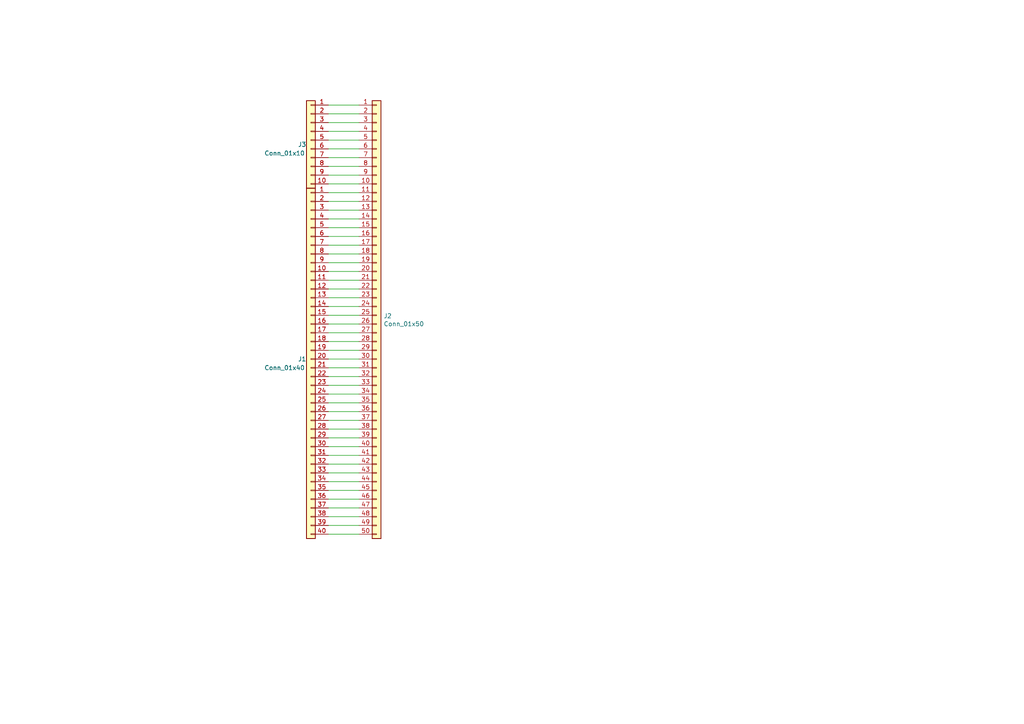
<source format=kicad_sch>
(kicad_sch (version 20211123) (generator eeschema)
  (paper "A4")
  (title_block (title "IDC 50 Breakout") (date "2021–11-01") (rev "1"))
  (lib_symbols
    (symbol "AK's_Library:Conn_01x50" (pin_names (offset 1.016) hide)
      (property "Reference" "J" (at 0 63.5 0))
      (property "Value" "Conn_01x50" (at 0 -66.04 0))
      (symbol "Conn_01x50_1_1"
        (rectangle (start -1.27 -63.373) (end 0 -63.627) (stroke (width 0.1524)))
        (rectangle (start -1.27 -60.833) (end 0 -61.087) (stroke (width 0.1524)))
        (rectangle (start -1.27 -58.293) (end 0 -58.547) (stroke (width 0.1524)))
        (rectangle (start -1.27 -55.753) (end 0 -56.007) (stroke (width 0.1524)))
        (rectangle (start -1.27 -53.213) (end 0 -53.467) (stroke (width 0.1524)))
        (rectangle (start -1.27 -50.673) (end 0 -50.927) (stroke (width 0.1524)))
        (rectangle (start -1.27 -48.133) (end 0 -48.387) (stroke (width 0.1524)))
        (rectangle (start -1.27 -45.593) (end 0 -45.847) (stroke (width 0.1524)))
        (rectangle (start -1.27 -43.053) (end 0 -43.307) (stroke (width 0.1524)))
        (rectangle (start -1.27 -40.513) (end 0 -40.767) (stroke (width 0.1524)))
        (rectangle (start -1.27 -37.973) (end 0 -38.227) (stroke (width 0.1524)))
        (rectangle (start -1.27 -35.433) (end 0 -35.687) (stroke (width 0.1524)))
        (rectangle (start -1.27 -32.893) (end 0 -33.147) (stroke (width 0.1524)))
        (rectangle (start -1.27 -30.353) (end 0 -30.607) (stroke (width 0.1524)))
        (rectangle (start -1.27 -27.813) (end 0 -28.067) (stroke (width 0.1524)))
        (rectangle (start -1.27 -25.273) (end 0 -25.527) (stroke (width 0.1524)))
        (rectangle (start -1.27 -22.733) (end 0 -22.987) (stroke (width 0.1524)))
        (rectangle (start -1.27 -20.193) (end 0 -20.447) (stroke (width 0.1524)))
        (rectangle (start -1.27 -17.653) (end 0 -17.907) (stroke (width 0.1524)))
        (rectangle (start -1.27 -15.113) (end 0 -15.367) (stroke (width 0.1524)))
        (rectangle (start -1.27 -12.573) (end 0 -12.827) (stroke (width 0.1524)))
        (rectangle (start -1.27 -10.033) (end 0 -10.287) (stroke (width 0.1524)))
        (rectangle (start -1.27 -7.493) (end 0 -7.747) (stroke (width 0.1524)))
        (rectangle (start -1.27 -4.953) (end 0 -5.207) (stroke (width 0.1524)))
        (rectangle (start -1.27 -2.413) (end 0 -2.667) (stroke (width 0.1524)))
        (rectangle (start -1.27 0.127) (end 0 -0.127) (stroke (width 0.1524)))
        (rectangle (start -1.27 2.667) (end 0 2.413) (stroke (width 0.1524)))
        (rectangle (start -1.27 5.207) (end 0 4.953) (stroke (width 0.1524)))
        (rectangle (start -1.27 7.747) (end 0 7.493) (stroke (width 0.1524)))
        (rectangle (start -1.27 10.287) (end 0 10.033) (stroke (width 0.1524)))
        (rectangle (start -1.27 12.827) (end 0 12.573) (stroke (width 0.1524)))
        (rectangle (start -1.27 15.367) (end 0 15.113) (stroke (width 0.1524)))
        (rectangle (start -1.27 17.907) (end 0 17.653) (stroke (width 0.1524)))
        (rectangle (start -1.27 20.447) (end 0 20.193) (stroke (width 0.1524)))
        (rectangle (start -1.27 22.987) (end 0 22.733) (stroke (width 0.1524)))
        (rectangle (start -1.27 25.527) (end 0 25.273) (stroke (width 0.1524)))
        (rectangle (start -1.27 28.067) (end 0 27.813) (stroke (width 0.1524)))
        (rectangle (start -1.27 30.607) (end 0 30.353) (stroke (width 0.1524)))
        (rectangle (start -1.27 33.147) (end 0 32.893) (stroke (width 0.1524)))
        (rectangle (start -1.27 35.687) (end 0 35.433) (stroke (width 0.1524)))
        (rectangle (start -1.27 38.227) (end 0 37.973) (stroke (width 0.1524)))
        (rectangle (start -1.27 40.767) (end 0 40.513) (stroke (width 0.1524)))
        (rectangle (start -1.27 43.307) (end 0 43.053) (stroke (width 0.1524)))
        (rectangle (start -1.27 45.847) (end 0 45.593) (stroke (width 0.1524)))
        (rectangle (start -1.27 48.387) (end 0 48.133) (stroke (width 0.1524)))
        (rectangle (start -1.27 50.927) (end 0 50.673) (stroke (width 0.1524)))
        (rectangle (start -1.27 53.467) (end 0 53.213) (stroke (width 0.1524)))
        (rectangle (start -1.27 56.007) (end 0 55.753) (stroke (width 0.1524)))
        (rectangle (start -1.27 58.547) (end 0 58.293) (stroke (width 0.1524)))
        (rectangle (start -1.27 61.087) (end 0 60.833) (stroke (width 0.1524)))
        (rectangle (start -1.27 62.23) (end 1.27 -64.77) (stroke (width 0.254)) (fill (type background)))
        (pin passive line (at -5.08 60.96 0) (length 3.81) (name "Pin_1") (number "1"))
        (pin passive line (at -5.08 38.1 0) (length 3.81) (name "Pin_10") (number "10"))
        (pin passive line (at -5.08 35.56 0) (length 3.81) (name "Pin_11") (number "11"))
        (pin passive line (at -5.08 33.02 0) (length 3.81) (name "Pin_12") (number "12"))
        (pin passive line (at -5.08 30.48 0) (length 3.81) (name "Pin_13") (number "13"))
        (pin passive line (at -5.08 27.94 0) (length 3.81) (name "Pin_14") (number "14"))
        (pin passive line (at -5.08 25.4 0) (length 3.81) (name "Pin_15") (number "15"))
        (pin passive line (at -5.08 22.86 0) (length 3.81) (name "Pin_16") (number "16"))
        (pin passive line (at -5.08 20.32 0) (length 3.81) (name "Pin_17") (number "17"))
        (pin passive line (at -5.08 17.78 0) (length 3.81) (name "Pin_18") (number "18"))
        (pin passive line (at -5.08 15.24 0) (length 3.81) (name "Pin_19") (number "19"))
        (pin passive line (at -5.08 58.42 0) (length 3.81) (name "Pin_2") (number "2"))
        (pin passive line (at -5.08 12.7 0) (length 3.81) (name "Pin_20") (number "20"))
        (pin passive line (at -5.08 10.16 0) (length 3.81) (name "Pin_21") (number "21"))
        (pin passive line (at -5.08 7.62 0) (length 3.81) (name "Pin_22") (number "22"))
        (pin passive line (at -5.08 5.08 0) (length 3.81) (name "Pin_23") (number "23"))
        (pin passive line (at -5.08 2.54 0) (length 3.81) (name "Pin_24") (number "24"))
        (pin passive line (at -5.08 0 0) (length 3.81) (name "Pin_25") (number "25"))
        (pin passive line (at -5.08 -2.54 0) (length 3.81) (name "Pin_26") (number "26"))
        (pin passive line (at -5.08 -5.08 0) (length 3.81) (name "Pin_27") (number "27"))
        (pin passive line (at -5.08 -7.62 0) (length 3.81) (name "Pin_28") (number "28"))
        (pin passive line (at -5.08 -10.16 0) (length 3.81) (name "Pin_29") (number "29"))
        (pin passive line (at -5.08 55.88 0) (length 3.81) (name "Pin_3") (number "3"))
        (pin passive line (at -5.08 -12.7 0) (length 3.81) (name "Pin_30") (number "30"))
        (pin passive line (at -5.08 -15.24 0) (length 3.81) (name "Pin_31") (number "31"))
        (pin passive line (at -5.08 -17.78 0) (length 3.81) (name "Pin_32") (number "32"))
        (pin passive line (at -5.08 -20.32 0) (length 3.81) (name "Pin_33") (number "33"))
        (pin passive line (at -5.08 -22.86 0) (length 3.81) (name "Pin_34") (number "34"))
        (pin passive line (at -5.08 -25.4 0) (length 3.81) (name "Pin_35") (number "35"))
        (pin passive line (at -5.08 -27.94 0) (length 3.81) (name "Pin_36") (number "36"))
        (pin passive line (at -5.08 -30.48 0) (length 3.81) (name "Pin_37") (number "37"))
        (pin passive line (at -5.08 -33.02 0) (length 3.81) (name "Pin_38") (number "38"))
        (pin passive line (at -5.08 -35.56 0) (length 3.81) (name "Pin_39") (number "39"))
        (pin passive line (at -5.08 53.34 0) (length 3.81) (name "Pin_4") (number "4"))
        (pin passive line (at -5.08 -38.1 0) (length 3.81) (name "Pin_40") (number "40"))
        (pin passive line (at -5.08 -40.64 0) (length 3.81) (name "Pin_41") (number "41"))
        (pin passive line (at -5.08 -43.18 0) (length 3.81) (name "Pin_42") (number "42"))
        (pin passive line (at -5.08 -45.72 0) (length 3.81) (name "Pin_43") (number "43"))
        (pin passive line (at -5.08 -48.26 0) (length 3.81) (name "Pin_44") (number "44"))
        (pin passive line (at -5.08 -50.8 0) (length 3.81) (name "Pin_45") (number "45"))
        (pin passive line (at -5.08 -53.34 0) (length 3.81) (name "Pin_46") (number "46"))
        (pin passive line (at -5.08 -55.88 0) (length 3.81) (name "Pin_47") (number "47"))
        (pin passive line (at -5.08 -58.42 0) (length 3.81) (name "Pin_48") (number "48"))
        (pin passive line (at -5.08 -60.96 0) (length 3.81) (name "Pin_49") (number "49"))
        (pin passive line (at -5.08 50.8 0) (length 3.81) (name "Pin_5") (number "5"))
        (pin passive line (at -5.08 -63.5 0) (length 3.81) (name "Pin_50") (number "50"))
        (pin passive line (at -5.08 48.26 0) (length 3.81) (name "Pin_6") (number "6"))
        (pin passive line (at -5.08 45.72 0) (length 3.81) (name "Pin_7") (number "7"))
        (pin passive line (at -5.08 43.18 0) (length 3.81) (name "Pin_8") (number "8"))
        (pin passive line (at -5.08 40.64 0) (length 3.81) (name "Pin_9") (number "9"))
      )
    )
    (symbol "Connector_Generic:Conn_01x10" (pin_names (offset 1.016) hide)
      (property "Reference" "J" (at 0 12.7 0))
      (property "Value" "Conn_01x10" (at 0 -15.24 0))
      (symbol "Conn_01x10_1_1"
        (rectangle (start -1.27 -12.573) (end 0 -12.827) (stroke (width 0.1524)))
        (rectangle (start -1.27 -10.033) (end 0 -10.287) (stroke (width 0.1524)))
        (rectangle (start -1.27 -7.493) (end 0 -7.747) (stroke (width 0.1524)))
        (rectangle (start -1.27 -4.953) (end 0 -5.207) (stroke (width 0.1524)))
        (rectangle (start -1.27 -2.413) (end 0 -2.667) (stroke (width 0.1524)))
        (rectangle (start -1.27 0.127) (end 0 -0.127) (stroke (width 0.1524)))
        (rectangle (start -1.27 2.667) (end 0 2.413) (stroke (width 0.1524)))
        (rectangle (start -1.27 5.207) (end 0 4.953) (stroke (width 0.1524)))
        (rectangle (start -1.27 7.747) (end 0 7.493) (stroke (width 0.1524)))
        (rectangle (start -1.27 10.287) (end 0 10.033) (stroke (width 0.1524)))
        (rectangle (start -1.27 11.43) (end 1.27 -13.97) (stroke (width 0.254)) (fill (type background)))
        (pin passive line (at -5.08 10.16 0) (length 3.81) (name "Pin_1") (number "1"))
        (pin passive line (at -5.08 -12.7 0) (length 3.81) (name "Pin_10") (number "10"))
        (pin passive line (at -5.08 7.62 0) (length 3.81) (name "Pin_2") (number "2"))
        (pin passive line (at -5.08 5.08 0) (length 3.81) (name "Pin_3") (number "3"))
        (pin passive line (at -5.08 2.54 0) (length 3.81) (name "Pin_4") (number "4"))
        (pin passive line (at -5.08 0 0) (length 3.81) (name "Pin_5") (number "5"))
        (pin passive line (at -5.08 -2.54 0) (length 3.81) (name "Pin_6") (number "6"))
        (pin passive line (at -5.08 -5.08 0) (length 3.81) (name "Pin_7") (number "7"))
        (pin passive line (at -5.08 -7.62 0) (length 3.81) (name "Pin_8") (number "8"))
        (pin passive line (at -5.08 -10.16 0) (length 3.81) (name "Pin_9") (number "9"))
      )
    )
    (symbol "Connector_Generic:Conn_01x40" (pin_names (offset 1.016) hide)
      (property "Reference" "J" (at 0 50.8 0))
      (property "Value" "Conn_01x40" (at 0 -53.34 0))
      (symbol "Conn_01x40_1_1"
        (rectangle (start -1.27 -50.673) (end 0 -50.927) (stroke (width 0.1524)))
        (rectangle (start -1.27 -48.133) (end 0 -48.387) (stroke (width 0.1524)))
        (rectangle (start -1.27 -45.593) (end 0 -45.847) (stroke (width 0.1524)))
        (rectangle (start -1.27 -43.053) (end 0 -43.307) (stroke (width 0.1524)))
        (rectangle (start -1.27 -40.513) (end 0 -40.767) (stroke (width 0.1524)))
        (rectangle (start -1.27 -37.973) (end 0 -38.227) (stroke (width 0.1524)))
        (rectangle (start -1.27 -35.433) (end 0 -35.687) (stroke (width 0.1524)))
        (rectangle (start -1.27 -32.893) (end 0 -33.147) (stroke (width 0.1524)))
        (rectangle (start -1.27 -30.353) (end 0 -30.607) (stroke (width 0.1524)))
        (rectangle (start -1.27 -27.813) (end 0 -28.067) (stroke (width 0.1524)))
        (rectangle (start -1.27 -25.273) (end 0 -25.527) (stroke (width 0.1524)))
        (rectangle (start -1.27 -22.733) (end 0 -22.987) (stroke (width 0.1524)))
        (rectangle (start -1.27 -20.193) (end 0 -20.447) (stroke (width 0.1524)))
        (rectangle (start -1.27 -17.653) (end 0 -17.907) (stroke (width 0.1524)))
        (rectangle (start -1.27 -15.113) (end 0 -15.367) (stroke (width 0.1524)))
        (rectangle (start -1.27 -12.573) (end 0 -12.827) (stroke (width 0.1524)))
        (rectangle (start -1.27 -10.033) (end 0 -10.287) (stroke (width 0.1524)))
        (rectangle (start -1.27 -7.493) (end 0 -7.747) (stroke (width 0.1524)))
        (rectangle (start -1.27 -4.953) (end 0 -5.207) (stroke (width 0.1524)))
        (rectangle (start -1.27 -2.413) (end 0 -2.667) (stroke (width 0.1524)))
        (rectangle (start -1.27 0.127) (end 0 -0.127) (stroke (width 0.1524)))
        (rectangle (start -1.27 2.667) (end 0 2.413) (stroke (width 0.1524)))
        (rectangle (start -1.27 5.207) (end 0 4.953) (stroke (width 0.1524)))
        (rectangle (start -1.27 7.747) (end 0 7.493) (stroke (width 0.1524)))
        (rectangle (start -1.27 10.287) (end 0 10.033) (stroke (width 0.1524)))
        (rectangle (start -1.27 12.827) (end 0 12.573) (stroke (width 0.1524)))
        (rectangle (start -1.27 15.367) (end 0 15.113) (stroke (width 0.1524)))
        (rectangle (start -1.27 17.907) (end 0 17.653) (stroke (width 0.1524)))
        (rectangle (start -1.27 20.447) (end 0 20.193) (stroke (width 0.1524)))
        (rectangle (start -1.27 22.987) (end 0 22.733) (stroke (width 0.1524)))
        (rectangle (start -1.27 25.527) (end 0 25.273) (stroke (width 0.1524)))
        (rectangle (start -1.27 28.067) (end 0 27.813) (stroke (width 0.1524)))
        (rectangle (start -1.27 30.607) (end 0 30.353) (stroke (width 0.1524)))
        (rectangle (start -1.27 33.147) (end 0 32.893) (stroke (width 0.1524)))
        (rectangle (start -1.27 35.687) (end 0 35.433) (stroke (width 0.1524)))
        (rectangle (start -1.27 38.227) (end 0 37.973) (stroke (width 0.1524)))
        (rectangle (start -1.27 40.767) (end 0 40.513) (stroke (width 0.1524)))
        (rectangle (start -1.27 43.307) (end 0 43.053) (stroke (width 0.1524)))
        (rectangle (start -1.27 45.847) (end 0 45.593) (stroke (width 0.1524)))
        (rectangle (start -1.27 48.387) (end 0 48.133) (stroke (width 0.1524)))
        (rectangle (start -1.27 49.53) (end 1.27 -52.07) (stroke (width 0.254)) (fill (type background)))
        (pin passive line (at -5.08 48.26 0) (length 3.81) (name "Pin_1") (number "1"))
        (pin passive line (at -5.08 25.4 0) (length 3.81) (name "Pin_10") (number "10"))
        (pin passive line (at -5.08 22.86 0) (length 3.81) (name "Pin_11") (number "11"))
        (pin passive line (at -5.08 20.32 0) (length 3.81) (name "Pin_12") (number "12"))
        (pin passive line (at -5.08 17.78 0) (length 3.81) (name "Pin_13") (number "13"))
        (pin passive line (at -5.08 15.24 0) (length 3.81) (name "Pin_14") (number "14"))
        (pin passive line (at -5.08 12.7 0) (length 3.81) (name "Pin_15") (number "15"))
        (pin passive line (at -5.08 10.16 0) (length 3.81) (name "Pin_16") (number "16"))
        (pin passive line (at -5.08 7.62 0) (length 3.81) (name "Pin_17") (number "17"))
        (pin passive line (at -5.08 5.08 0) (length 3.81) (name "Pin_18") (number "18"))
        (pin passive line (at -5.08 2.54 0) (length 3.81) (name "Pin_19") (number "19"))
        (pin passive line (at -5.08 45.72 0) (length 3.81) (name "Pin_2") (number "2"))
        (pin passive line (at -5.08 0 0) (length 3.81) (name "Pin_20") (number "20"))
        (pin passive line (at -5.08 -2.54 0) (length 3.81) (name "Pin_21") (number "21"))
        (pin passive line (at -5.08 -5.08 0) (length 3.81) (name "Pin_22") (number "22"))
        (pin passive line (at -5.08 -7.62 0) (length 3.81) (name "Pin_23") (number "23"))
        (pin passive line (at -5.08 -10.16 0) (length 3.81) (name "Pin_24") (number "24"))
        (pin passive line (at -5.08 -12.7 0) (length 3.81) (name "Pin_25") (number "25"))
        (pin passive line (at -5.08 -15.24 0) (length 3.81) (name "Pin_26") (number "26"))
        (pin passive line (at -5.08 -17.78 0) (length 3.81) (name "Pin_27") (number "27"))
        (pin passive line (at -5.08 -20.32 0) (length 3.81) (name "Pin_28") (number "28"))
        (pin passive line (at -5.08 -22.86 0) (length 3.81) (name "Pin_29") (number "29"))
        (pin passive line (at -5.08 43.18 0) (length 3.81) (name "Pin_3") (number "3"))
        (pin passive line (at -5.08 -25.4 0) (length 3.81) (name "Pin_30") (number "30"))
        (pin passive line (at -5.08 -27.94 0) (length 3.81) (name "Pin_31") (number "31"))
        (pin passive line (at -5.08 -30.48 0) (length 3.81) (name "Pin_32") (number "32"))
        (pin passive line (at -5.08 -33.02 0) (length 3.81) (name "Pin_33") (number "33"))
        (pin passive line (at -5.08 -35.56 0) (length 3.81) (name "Pin_34") (number "34"))
        (pin passive line (at -5.08 -38.1 0) (length 3.81) (name "Pin_35") (number "35"))
        (pin passive line (at -5.08 -40.64 0) (length 3.81) (name "Pin_36") (number "36"))
        (pin passive line (at -5.08 -43.18 0) (length 3.81) (name "Pin_37") (number "37"))
        (pin passive line (at -5.08 -45.72 0) (length 3.81) (name "Pin_38") (number "38"))
        (pin passive line (at -5.08 -48.26 0) (length 3.81) (name "Pin_39") (number "39"))
        (pin passive line (at -5.08 40.64 0) (length 3.81) (name "Pin_4") (number "4"))
        (pin passive line (at -5.08 -50.8 0) (length 3.81) (name "Pin_40") (number "40"))
        (pin passive line (at -5.08 38.1 0) (length 3.81) (name "Pin_5") (number "5"))
        (pin passive line (at -5.08 35.56 0) (length 3.81) (name "Pin_6") (number "6"))
        (pin passive line (at -5.08 33.02 0) (length 3.81) (name "Pin_7") (number "7"))
        (pin passive line (at -5.08 30.48 0) (length 3.81) (name "Pin_8") (number "8"))
        (pin passive line (at -5.08 27.94 0) (length 3.81) (name "Pin_9") (number "9"))
      )
    )
  )
  (wire (pts (xy 95.25 73.66) (xy 104.14 73.66)))
  (wire (pts (xy 104.14 76.2) (xy 95.25 76.2)))
  (wire (pts (xy 95.25 134.62) (xy 104.14 134.62)))
  (wire (pts (xy 104.14 149.86) (xy 95.25 149.86)))
  (wire (pts (xy 104.14 101.6) (xy 95.25 101.6)))
  (wire (pts (xy 95.25 93.98) (xy 104.14 93.98)))
  (wire (pts (xy 104.14 60.96) (xy 95.25 60.96)))
  (wire (pts (xy 95.25 53.34) (xy 104.14 53.34)))
  (wire (pts (xy 95.25 35.56) (xy 104.14 35.56)))
  (wire (pts (xy 104.14 66.04) (xy 95.25 66.04)))
  (wire (pts (xy 95.25 109.22) (xy 104.14 109.22)))
  (wire (pts (xy 104.14 144.78) (xy 95.25 144.78)))
  (wire (pts (xy 104.14 121.92) (xy 95.25 121.92)))
  (wire (pts (xy 95.25 78.74) (xy 104.14 78.74)))
  (wire (pts (xy 95.25 119.38) (xy 104.14 119.38)))
  (wire (pts (xy 95.25 124.46) (xy 104.14 124.46)))
  (wire (pts (xy 104.14 132.08) (xy 95.25 132.08)))
  (wire (pts (xy 104.14 86.36) (xy 95.25 86.36)))
  (wire (pts (xy 104.14 111.76) (xy 95.25 111.76)))
  (wire (pts (xy 104.14 91.44) (xy 95.25 91.44)))
  (wire (pts (xy 95.25 48.26) (xy 104.14 48.26)))
  (wire (pts (xy 95.25 38.1) (xy 104.14 38.1)))
  (wire (pts (xy 95.25 147.32) (xy 104.14 147.32)))
  (wire (pts (xy 95.25 88.9) (xy 104.14 88.9)))
  (wire (pts (xy 95.25 104.14) (xy 104.14 104.14)))
  (wire (pts (xy 95.25 139.7) (xy 104.14 139.7)))
  (wire (pts (xy 104.14 45.72) (xy 95.25 45.72)))
  (wire (pts (xy 104.14 50.8) (xy 95.25 50.8)))
  (wire (pts (xy 95.25 83.82) (xy 104.14 83.82)))
  (wire (pts (xy 104.14 142.24) (xy 95.25 142.24)))
  (wire (pts (xy 95.25 63.5) (xy 104.14 63.5)))
  (wire (pts (xy 104.14 106.68) (xy 95.25 106.68)))
  (wire (pts (xy 95.25 68.58) (xy 104.14 68.58)))
  (wire (pts (xy 104.14 154.94) (xy 95.25 154.94)))
  (wire (pts (xy 104.14 137.16) (xy 95.25 137.16)))
  (wire (pts (xy 104.14 71.12) (xy 95.25 71.12)))
  (wire (pts (xy 95.25 43.18) (xy 104.14 43.18)))
  (wire (pts (xy 104.14 40.64) (xy 95.25 40.64)))
  (wire (pts (xy 95.25 129.54) (xy 104.14 129.54)))
  (wire (pts (xy 95.25 99.06) (xy 104.14 99.06)))
  (wire (pts (xy 104.14 116.84) (xy 95.25 116.84)))
  (wire (pts (xy 95.25 152.4) (xy 104.14 152.4)))
  (wire (pts (xy 95.25 114.3) (xy 104.14 114.3)))
  (wire (pts (xy 95.25 58.42) (xy 104.14 58.42)))
  (wire (pts (xy 104.14 127) (xy 95.25 127)))
  (wire (pts (xy 104.14 81.28) (xy 95.25 81.28)))
  (wire (pts (xy 95.25 30.48) (xy 104.14 30.48)))
  (wire (pts (xy 104.14 55.88) (xy 95.25 55.88)))
  (wire (pts (xy 104.14 33.02) (xy 95.25 33.02)))
  (wire (pts (xy 104.14 96.52) (xy 95.25 96.52)))
  (symbol (lib_id "Connector_Generic:Conn_01x10") (at 90.17 40.64 0) (mirror y) (unit 1)
    (property "Reference" "J3" (at 87.63 41.91 0))
    (property "Value" "Conn_01x10" (at 82.55 44.45 0))
    (property "Footprint" "Connector_PinSocket_2.54mm:PinSocket_1x10_P2.54mm_Vertical" (effects hide))
  )
  (symbol (lib_id "AK's_Library:Conn_01x50") (at 109.22 91.44 0) (unit 1)
    (property "Reference" "J2" (at 111.252 91.6432 0) (effects (justify left)))
    (property "Value" "Conn_01x50" (at 111.252 93.9546 0) (effects (justify left)))
    (property "Footprint" "Connector_IDC:IDC-Header_2x25_P2.54mm_Vertical" (effects hide))
  )
  (symbol (lib_id "Connector_Generic:Conn_01x40") (at 90.17 104.14 0) (mirror y) (unit 1)
    (property "Reference" "J1" (at 87.63 104.14 0))
    (property "Value" "Conn_01x40" (at 82.55 106.68 0))
    (property "Footprint" "Connector_PinSocket_2.54mm:PinSocket_1x40_P2.54mm_Vertical" (effects hide))
  )
)
</source>
